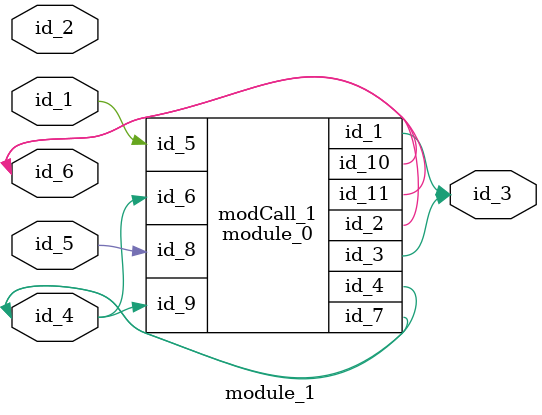
<source format=v>
module module_0 (
    id_1,
    id_2,
    id_3,
    id_4,
    id_5,
    id_6,
    id_7,
    id_8,
    id_9,
    id_10,
    id_11
);
  output wire id_11;
  output wire id_10;
  input wire id_9;
  input wire id_8;
  inout wire id_7;
  input wire id_6;
  input wire id_5;
  output wire id_4;
  output wire id_3;
  inout wire id_2;
  output wire id_1;
  wire id_12;
  wire id_13;
  wire id_14;
  parameter id_15 = id_14;
endmodule
module module_1 (
    id_1,
    id_2,
    id_3,
    id_4,
    id_5,
    id_6
);
  inout wire id_6;
  input wire id_5;
  inout wire id_4;
  output wire id_3;
  input wire id_2;
  input wire id_1;
  module_0 modCall_1 (
      id_3,
      id_6,
      id_3,
      id_4,
      id_1,
      id_4,
      id_4,
      id_5,
      id_4,
      id_6,
      id_6
  );
  wire id_7;
  wire id_8;
endmodule

</source>
